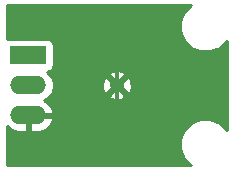
<source format=gbl>
G04 #@! TF.FileFunction,Copper,L2,Bot,Signal*
%FSLAX46Y46*%
G04 Gerber Fmt 4.6, Leading zero omitted, Abs format (unit mm)*
G04 Created by KiCad (PCBNEW 4.0.1-stable) date 2017/04/29 18:05:00*
%MOMM*%
G01*
G04 APERTURE LIST*
%ADD10C,0.100000*%
%ADD11R,3.048000X1.524000*%
%ADD12O,3.048000X1.524000*%
%ADD13C,1.224000*%
%ADD14C,0.800000*%
%ADD15C,0.300000*%
%ADD16C,0.254000*%
G04 APERTURE END LIST*
D10*
D11*
X142500000Y-108960000D03*
D12*
X142500000Y-111500000D03*
X142500000Y-114040000D03*
D13*
X150000000Y-111500000D03*
D14*
X151250000Y-115750000D03*
X153250000Y-109750000D03*
X146500000Y-106000000D03*
D15*
X150000000Y-111500000D02*
X150000000Y-114500000D01*
X150000000Y-114500000D02*
X151250000Y-115750000D01*
X150000000Y-111500000D02*
X150000000Y-109500000D01*
X150000000Y-109500000D02*
X146500000Y-106000000D01*
D16*
G36*
X155691091Y-105289041D02*
X155365372Y-106073459D01*
X155364630Y-106922815D01*
X155688980Y-107707800D01*
X156289041Y-108308909D01*
X157073459Y-108634628D01*
X157922815Y-108635370D01*
X158707800Y-108311020D01*
X159290000Y-107729835D01*
X159290000Y-115271143D01*
X158710959Y-114691091D01*
X157926541Y-114365372D01*
X157077185Y-114364630D01*
X156292200Y-114688980D01*
X155691091Y-115289041D01*
X155365372Y-116073459D01*
X155364630Y-116922815D01*
X155688980Y-117707800D01*
X156270165Y-118290000D01*
X140710000Y-118290000D01*
X140710000Y-114978136D01*
X141086059Y-115282059D01*
X141611000Y-115437000D01*
X142373000Y-115437000D01*
X142373000Y-114167000D01*
X142627000Y-114167000D01*
X142627000Y-115437000D01*
X143389000Y-115437000D01*
X143913941Y-115282059D01*
X144339630Y-114938026D01*
X144601260Y-114457277D01*
X144616220Y-114383070D01*
X144493720Y-114167000D01*
X142627000Y-114167000D01*
X142373000Y-114167000D01*
X142353000Y-114167000D01*
X142353000Y-113913000D01*
X142373000Y-113913000D01*
X142373000Y-113893000D01*
X142627000Y-113893000D01*
X142627000Y-113913000D01*
X144493720Y-113913000D01*
X144616220Y-113696930D01*
X144601260Y-113622723D01*
X144339630Y-113141974D01*
X143913941Y-112797941D01*
X143854338Y-112780349D01*
X144292125Y-112487828D01*
X144369890Y-112371444D01*
X149308161Y-112371444D01*
X149359155Y-112598113D01*
X149828166Y-112759764D01*
X150323337Y-112729629D01*
X150640845Y-112598113D01*
X150691839Y-112371444D01*
X150000000Y-111679605D01*
X149308161Y-112371444D01*
X144369890Y-112371444D01*
X144594957Y-112034609D01*
X144701297Y-111500000D01*
X144667118Y-111328166D01*
X148740236Y-111328166D01*
X148770371Y-111823337D01*
X148901887Y-112140845D01*
X149128556Y-112191839D01*
X149820395Y-111500000D01*
X150179605Y-111500000D01*
X150871444Y-112191839D01*
X151098113Y-112140845D01*
X151259764Y-111671834D01*
X151229629Y-111176663D01*
X151098113Y-110859155D01*
X150871444Y-110808161D01*
X150179605Y-111500000D01*
X149820395Y-111500000D01*
X149128556Y-110808161D01*
X148901887Y-110859155D01*
X148740236Y-111328166D01*
X144667118Y-111328166D01*
X144594957Y-110965391D01*
X144369891Y-110628556D01*
X149308161Y-110628556D01*
X150000000Y-111320395D01*
X150691839Y-110628556D01*
X150640845Y-110401887D01*
X150171834Y-110240236D01*
X149676663Y-110270371D01*
X149359155Y-110401887D01*
X149308161Y-110628556D01*
X144369891Y-110628556D01*
X144292125Y-110512172D01*
X144066534Y-110361437D01*
X144259317Y-110325162D01*
X144475441Y-110186090D01*
X144620431Y-109973890D01*
X144671440Y-109722000D01*
X144671440Y-108198000D01*
X144627162Y-107962683D01*
X144488090Y-107746559D01*
X144275890Y-107601569D01*
X144024000Y-107550560D01*
X140976000Y-107550560D01*
X140740683Y-107594838D01*
X140710000Y-107614582D01*
X140710000Y-104710000D01*
X156271143Y-104710000D01*
X155691091Y-105289041D01*
X155691091Y-105289041D01*
G37*
X155691091Y-105289041D02*
X155365372Y-106073459D01*
X155364630Y-106922815D01*
X155688980Y-107707800D01*
X156289041Y-108308909D01*
X157073459Y-108634628D01*
X157922815Y-108635370D01*
X158707800Y-108311020D01*
X159290000Y-107729835D01*
X159290000Y-115271143D01*
X158710959Y-114691091D01*
X157926541Y-114365372D01*
X157077185Y-114364630D01*
X156292200Y-114688980D01*
X155691091Y-115289041D01*
X155365372Y-116073459D01*
X155364630Y-116922815D01*
X155688980Y-117707800D01*
X156270165Y-118290000D01*
X140710000Y-118290000D01*
X140710000Y-114978136D01*
X141086059Y-115282059D01*
X141611000Y-115437000D01*
X142373000Y-115437000D01*
X142373000Y-114167000D01*
X142627000Y-114167000D01*
X142627000Y-115437000D01*
X143389000Y-115437000D01*
X143913941Y-115282059D01*
X144339630Y-114938026D01*
X144601260Y-114457277D01*
X144616220Y-114383070D01*
X144493720Y-114167000D01*
X142627000Y-114167000D01*
X142373000Y-114167000D01*
X142353000Y-114167000D01*
X142353000Y-113913000D01*
X142373000Y-113913000D01*
X142373000Y-113893000D01*
X142627000Y-113893000D01*
X142627000Y-113913000D01*
X144493720Y-113913000D01*
X144616220Y-113696930D01*
X144601260Y-113622723D01*
X144339630Y-113141974D01*
X143913941Y-112797941D01*
X143854338Y-112780349D01*
X144292125Y-112487828D01*
X144369890Y-112371444D01*
X149308161Y-112371444D01*
X149359155Y-112598113D01*
X149828166Y-112759764D01*
X150323337Y-112729629D01*
X150640845Y-112598113D01*
X150691839Y-112371444D01*
X150000000Y-111679605D01*
X149308161Y-112371444D01*
X144369890Y-112371444D01*
X144594957Y-112034609D01*
X144701297Y-111500000D01*
X144667118Y-111328166D01*
X148740236Y-111328166D01*
X148770371Y-111823337D01*
X148901887Y-112140845D01*
X149128556Y-112191839D01*
X149820395Y-111500000D01*
X150179605Y-111500000D01*
X150871444Y-112191839D01*
X151098113Y-112140845D01*
X151259764Y-111671834D01*
X151229629Y-111176663D01*
X151098113Y-110859155D01*
X150871444Y-110808161D01*
X150179605Y-111500000D01*
X149820395Y-111500000D01*
X149128556Y-110808161D01*
X148901887Y-110859155D01*
X148740236Y-111328166D01*
X144667118Y-111328166D01*
X144594957Y-110965391D01*
X144369891Y-110628556D01*
X149308161Y-110628556D01*
X150000000Y-111320395D01*
X150691839Y-110628556D01*
X150640845Y-110401887D01*
X150171834Y-110240236D01*
X149676663Y-110270371D01*
X149359155Y-110401887D01*
X149308161Y-110628556D01*
X144369891Y-110628556D01*
X144292125Y-110512172D01*
X144066534Y-110361437D01*
X144259317Y-110325162D01*
X144475441Y-110186090D01*
X144620431Y-109973890D01*
X144671440Y-109722000D01*
X144671440Y-108198000D01*
X144627162Y-107962683D01*
X144488090Y-107746559D01*
X144275890Y-107601569D01*
X144024000Y-107550560D01*
X140976000Y-107550560D01*
X140740683Y-107594838D01*
X140710000Y-107614582D01*
X140710000Y-104710000D01*
X156271143Y-104710000D01*
X155691091Y-105289041D01*
M02*

</source>
